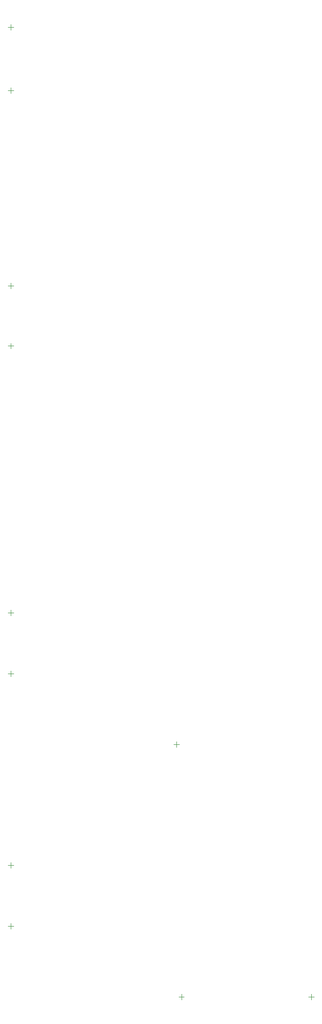
<source format=gbr>
%TF.GenerationSoftware,Altium Limited,Altium Designer,21.6.4 (81)*%
G04 Layer_Color=16711935*
%FSLAX43Y43*%
%MOMM*%
%TF.SameCoordinates,A962B9D3-E780-4B03-8A10-E236CC36F35F*%
%TF.FilePolarity,Positive*%
%TF.FileFunction,Other,Top_Component_Center*%
%TF.Part,Single*%
G01*
G75*
%TA.AperFunction,NonConductor*%
%ADD185C,0.100*%
%ADD198C,0.050*%
D185*
X96625Y19775D02*
X97625D01*
X97125Y19275D02*
Y20275D01*
Y64875D02*
Y65875D01*
X96625Y65375D02*
X97625D01*
X97125Y75875D02*
Y76875D01*
X96625Y76375D02*
X97625D01*
X97125Y30275D02*
Y31275D01*
X96625Y30775D02*
X97625D01*
X97125Y124125D02*
Y125125D01*
X96625Y124625D02*
X97625D01*
X97125Y135025D02*
Y136025D01*
X96625Y135525D02*
X97625D01*
X97125Y170325D02*
Y171325D01*
X96625Y170825D02*
X97625D01*
X97125Y181725D02*
Y182725D01*
X96625Y182225D02*
X97625D01*
X127075Y52100D02*
Y53100D01*
X126575Y52600D02*
X127575D01*
D198*
X151025Y7000D02*
X152025D01*
X151525Y6500D02*
Y7500D01*
X127500Y7000D02*
X128500D01*
X128000Y6500D02*
Y7500D01*
%TF.MD5,f6ad37171f1ed05223afcafe0cd4d5df*%
M02*

</source>
